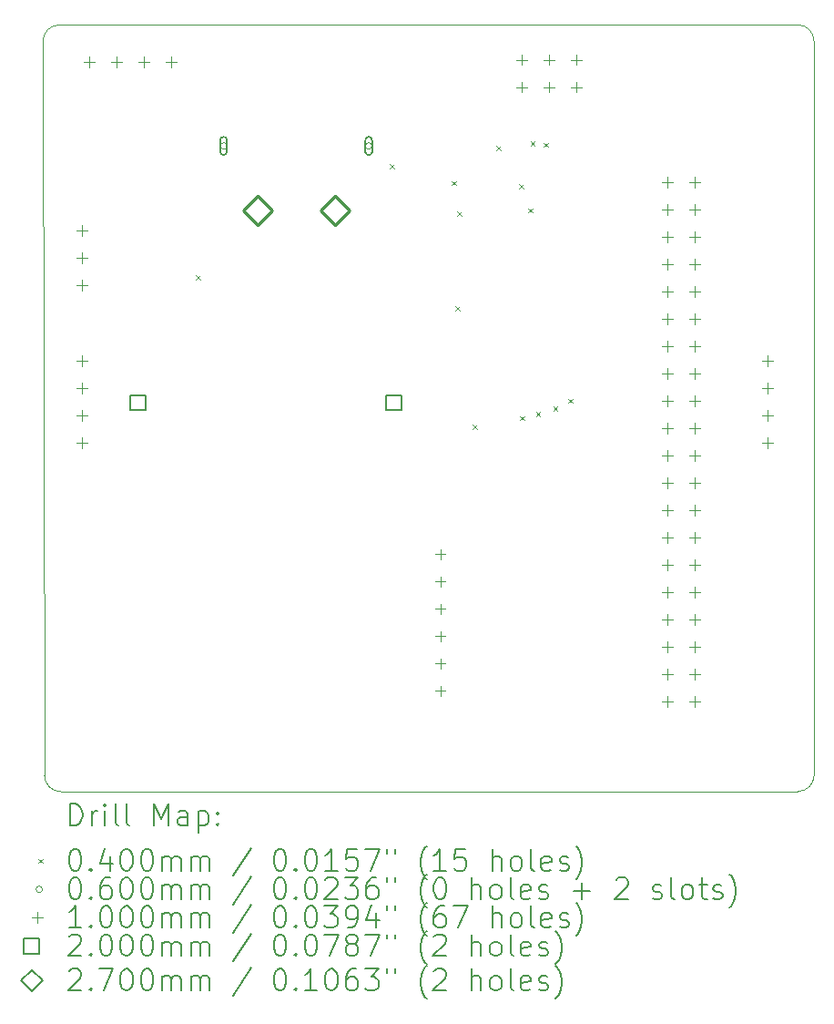
<source format=gbr>
%TF.GenerationSoftware,KiCad,Pcbnew,6.0.8-f2edbf62ab~116~ubuntu22.04.1*%
%TF.CreationDate,2022-11-20T23:03:38-05:00*%
%TF.ProjectId,Pi_HAT_V3,50695f48-4154-45f5-9633-2e6b69636164,rev?*%
%TF.SameCoordinates,Original*%
%TF.FileFunction,Drillmap*%
%TF.FilePolarity,Positive*%
%FSLAX45Y45*%
G04 Gerber Fmt 4.5, Leading zero omitted, Abs format (unit mm)*
G04 Created by KiCad (PCBNEW 6.0.8-f2edbf62ab~116~ubuntu22.04.1) date 2022-11-20 23:03:38*
%MOMM*%
%LPD*%
G01*
G04 APERTURE LIST*
%ADD10C,0.100000*%
%ADD11C,0.200000*%
%ADD12C,0.040000*%
%ADD13C,0.060000*%
%ADD14C,0.270000*%
G04 APERTURE END LIST*
D10*
X9446066Y-6476250D02*
X16315000Y-6473750D01*
X9446066Y-6476246D02*
G75*
G03*
X9296066Y-6626250I4J-150004D01*
G01*
X9310000Y-13450000D02*
X9296066Y-6626250D01*
X16316434Y-13598934D02*
G75*
G03*
X16466434Y-13448934I-4J150004D01*
G01*
X16465000Y-6623750D02*
X16466434Y-13448934D01*
X9310000Y-13450000D02*
G75*
G03*
X9460000Y-13600000I150000J0D01*
G01*
X16465000Y-6623750D02*
G75*
G03*
X16315000Y-6473750I-150000J0D01*
G01*
X16316434Y-13598934D02*
X9460000Y-13600000D01*
D11*
D12*
X10720000Y-8803050D02*
X10760000Y-8843050D01*
X10760000Y-8803050D02*
X10720000Y-8843050D01*
X12520000Y-7770000D02*
X12560000Y-7810000D01*
X12560000Y-7770000D02*
X12520000Y-7810000D01*
X13095000Y-7925000D02*
X13135000Y-7965000D01*
X13135000Y-7925000D02*
X13095000Y-7965000D01*
X13130000Y-9090000D02*
X13170000Y-9130000D01*
X13170000Y-9090000D02*
X13130000Y-9130000D01*
X13150000Y-8210000D02*
X13190000Y-8250000D01*
X13190000Y-8210000D02*
X13150000Y-8250000D01*
X13290000Y-10187550D02*
X13330000Y-10227550D01*
X13330000Y-10187550D02*
X13290000Y-10227550D01*
X13510000Y-7600000D02*
X13550000Y-7640000D01*
X13550000Y-7600000D02*
X13510000Y-7640000D01*
X13725000Y-7955000D02*
X13765000Y-7995000D01*
X13765000Y-7955000D02*
X13725000Y-7995000D01*
X13730000Y-10110000D02*
X13770000Y-10150000D01*
X13770000Y-10110000D02*
X13730000Y-10150000D01*
X13810000Y-8180000D02*
X13850000Y-8220000D01*
X13850000Y-8180000D02*
X13810000Y-8220000D01*
X13830000Y-7555000D02*
X13870000Y-7595000D01*
X13870000Y-7555000D02*
X13830000Y-7595000D01*
X13880000Y-10070000D02*
X13920000Y-10110000D01*
X13920000Y-10070000D02*
X13880000Y-10110000D01*
X13950000Y-7570000D02*
X13990000Y-7610000D01*
X13990000Y-7570000D02*
X13950000Y-7610000D01*
X14040000Y-10020000D02*
X14080000Y-10060000D01*
X14080000Y-10020000D02*
X14040000Y-10060000D01*
X14180000Y-9950000D02*
X14220000Y-9990000D01*
X14220000Y-9950000D02*
X14180000Y-9990000D01*
D13*
X11005000Y-7600000D02*
G75*
G03*
X11005000Y-7600000I-30000J0D01*
G01*
D11*
X10945000Y-7545000D02*
X10945000Y-7655000D01*
X11005000Y-7545000D02*
X11005000Y-7655000D01*
X10945000Y-7655000D02*
G75*
G03*
X11005000Y-7655000I30000J0D01*
G01*
X11005000Y-7545000D02*
G75*
G03*
X10945000Y-7545000I-30000J0D01*
G01*
D13*
X12355000Y-7600000D02*
G75*
G03*
X12355000Y-7600000I-30000J0D01*
G01*
D11*
X12295000Y-7545000D02*
X12295000Y-7655000D01*
X12355000Y-7545000D02*
X12355000Y-7655000D01*
X12295000Y-7655000D02*
G75*
G03*
X12355000Y-7655000I30000J0D01*
G01*
X12355000Y-7545000D02*
G75*
G03*
X12295000Y-7545000I-30000J0D01*
G01*
D10*
X9655000Y-8337500D02*
X9655000Y-8437500D01*
X9605000Y-8387500D02*
X9705000Y-8387500D01*
X9655000Y-8591500D02*
X9655000Y-8691500D01*
X9605000Y-8641500D02*
X9705000Y-8641500D01*
X9655000Y-8845500D02*
X9655000Y-8945500D01*
X9605000Y-8895500D02*
X9705000Y-8895500D01*
X9655000Y-9550000D02*
X9655000Y-9650000D01*
X9605000Y-9600000D02*
X9705000Y-9600000D01*
X9655000Y-9804000D02*
X9655000Y-9904000D01*
X9605000Y-9854000D02*
X9705000Y-9854000D01*
X9655000Y-10058000D02*
X9655000Y-10158000D01*
X9605000Y-10108000D02*
X9705000Y-10108000D01*
X9655000Y-10312000D02*
X9655000Y-10412000D01*
X9605000Y-10362000D02*
X9705000Y-10362000D01*
X9728000Y-6770000D02*
X9728000Y-6870000D01*
X9678000Y-6820000D02*
X9778000Y-6820000D01*
X9982000Y-6770000D02*
X9982000Y-6870000D01*
X9932000Y-6820000D02*
X10032000Y-6820000D01*
X10236000Y-6770000D02*
X10236000Y-6870000D01*
X10186000Y-6820000D02*
X10286000Y-6820000D01*
X10490000Y-6770000D02*
X10490000Y-6870000D01*
X10440000Y-6820000D02*
X10540000Y-6820000D01*
X12990000Y-11345000D02*
X12990000Y-11445000D01*
X12940000Y-11395000D02*
X13040000Y-11395000D01*
X12990000Y-11599000D02*
X12990000Y-11699000D01*
X12940000Y-11649000D02*
X13040000Y-11649000D01*
X12990000Y-11853000D02*
X12990000Y-11953000D01*
X12940000Y-11903000D02*
X13040000Y-11903000D01*
X12990000Y-12107000D02*
X12990000Y-12207000D01*
X12940000Y-12157000D02*
X13040000Y-12157000D01*
X12990000Y-12361000D02*
X12990000Y-12461000D01*
X12940000Y-12411000D02*
X13040000Y-12411000D01*
X12990000Y-12615000D02*
X12990000Y-12715000D01*
X12940000Y-12665000D02*
X13040000Y-12665000D01*
X13747500Y-6748500D02*
X13747500Y-6848500D01*
X13697500Y-6798500D02*
X13797500Y-6798500D01*
X13747500Y-7002500D02*
X13747500Y-7102500D01*
X13697500Y-7052500D02*
X13797500Y-7052500D01*
X14001500Y-6748500D02*
X14001500Y-6848500D01*
X13951500Y-6798500D02*
X14051500Y-6798500D01*
X14001500Y-7002500D02*
X14001500Y-7102500D01*
X13951500Y-7052500D02*
X14051500Y-7052500D01*
X14255500Y-6748500D02*
X14255500Y-6848500D01*
X14205500Y-6798500D02*
X14305500Y-6798500D01*
X14255500Y-7002500D02*
X14255500Y-7102500D01*
X14205500Y-7052500D02*
X14305500Y-7052500D01*
X15100000Y-7890000D02*
X15100000Y-7990000D01*
X15050000Y-7940000D02*
X15150000Y-7940000D01*
X15100000Y-8144000D02*
X15100000Y-8244000D01*
X15050000Y-8194000D02*
X15150000Y-8194000D01*
X15100000Y-8398000D02*
X15100000Y-8498000D01*
X15050000Y-8448000D02*
X15150000Y-8448000D01*
X15100000Y-8652000D02*
X15100000Y-8752000D01*
X15050000Y-8702000D02*
X15150000Y-8702000D01*
X15100000Y-8906000D02*
X15100000Y-9006000D01*
X15050000Y-8956000D02*
X15150000Y-8956000D01*
X15100000Y-9160000D02*
X15100000Y-9260000D01*
X15050000Y-9210000D02*
X15150000Y-9210000D01*
X15100000Y-9414000D02*
X15100000Y-9514000D01*
X15050000Y-9464000D02*
X15150000Y-9464000D01*
X15100000Y-9668000D02*
X15100000Y-9768000D01*
X15050000Y-9718000D02*
X15150000Y-9718000D01*
X15100000Y-9922000D02*
X15100000Y-10022000D01*
X15050000Y-9972000D02*
X15150000Y-9972000D01*
X15100000Y-10176000D02*
X15100000Y-10276000D01*
X15050000Y-10226000D02*
X15150000Y-10226000D01*
X15100000Y-10430000D02*
X15100000Y-10530000D01*
X15050000Y-10480000D02*
X15150000Y-10480000D01*
X15100000Y-10684000D02*
X15100000Y-10784000D01*
X15050000Y-10734000D02*
X15150000Y-10734000D01*
X15100000Y-10938000D02*
X15100000Y-11038000D01*
X15050000Y-10988000D02*
X15150000Y-10988000D01*
X15100000Y-11192000D02*
X15100000Y-11292000D01*
X15050000Y-11242000D02*
X15150000Y-11242000D01*
X15100000Y-11446000D02*
X15100000Y-11546000D01*
X15050000Y-11496000D02*
X15150000Y-11496000D01*
X15100000Y-11700000D02*
X15100000Y-11800000D01*
X15050000Y-11750000D02*
X15150000Y-11750000D01*
X15100000Y-11954000D02*
X15100000Y-12054000D01*
X15050000Y-12004000D02*
X15150000Y-12004000D01*
X15100000Y-12208000D02*
X15100000Y-12308000D01*
X15050000Y-12258000D02*
X15150000Y-12258000D01*
X15100000Y-12462000D02*
X15100000Y-12562000D01*
X15050000Y-12512000D02*
X15150000Y-12512000D01*
X15100000Y-12716000D02*
X15100000Y-12816000D01*
X15050000Y-12766000D02*
X15150000Y-12766000D01*
X15354000Y-7890000D02*
X15354000Y-7990000D01*
X15304000Y-7940000D02*
X15404000Y-7940000D01*
X15354000Y-8144000D02*
X15354000Y-8244000D01*
X15304000Y-8194000D02*
X15404000Y-8194000D01*
X15354000Y-8398000D02*
X15354000Y-8498000D01*
X15304000Y-8448000D02*
X15404000Y-8448000D01*
X15354000Y-8652000D02*
X15354000Y-8752000D01*
X15304000Y-8702000D02*
X15404000Y-8702000D01*
X15354000Y-8906000D02*
X15354000Y-9006000D01*
X15304000Y-8956000D02*
X15404000Y-8956000D01*
X15354000Y-9160000D02*
X15354000Y-9260000D01*
X15304000Y-9210000D02*
X15404000Y-9210000D01*
X15354000Y-9414000D02*
X15354000Y-9514000D01*
X15304000Y-9464000D02*
X15404000Y-9464000D01*
X15354000Y-9668000D02*
X15354000Y-9768000D01*
X15304000Y-9718000D02*
X15404000Y-9718000D01*
X15354000Y-9922000D02*
X15354000Y-10022000D01*
X15304000Y-9972000D02*
X15404000Y-9972000D01*
X15354000Y-10176000D02*
X15354000Y-10276000D01*
X15304000Y-10226000D02*
X15404000Y-10226000D01*
X15354000Y-10430000D02*
X15354000Y-10530000D01*
X15304000Y-10480000D02*
X15404000Y-10480000D01*
X15354000Y-10684000D02*
X15354000Y-10784000D01*
X15304000Y-10734000D02*
X15404000Y-10734000D01*
X15354000Y-10938000D02*
X15354000Y-11038000D01*
X15304000Y-10988000D02*
X15404000Y-10988000D01*
X15354000Y-11192000D02*
X15354000Y-11292000D01*
X15304000Y-11242000D02*
X15404000Y-11242000D01*
X15354000Y-11446000D02*
X15354000Y-11546000D01*
X15304000Y-11496000D02*
X15404000Y-11496000D01*
X15354000Y-11700000D02*
X15354000Y-11800000D01*
X15304000Y-11750000D02*
X15404000Y-11750000D01*
X15354000Y-11954000D02*
X15354000Y-12054000D01*
X15304000Y-12004000D02*
X15404000Y-12004000D01*
X15354000Y-12208000D02*
X15354000Y-12308000D01*
X15304000Y-12258000D02*
X15404000Y-12258000D01*
X15354000Y-12462000D02*
X15354000Y-12562000D01*
X15304000Y-12512000D02*
X15404000Y-12512000D01*
X15354000Y-12716000D02*
X15354000Y-12816000D01*
X15304000Y-12766000D02*
X15404000Y-12766000D01*
X16035000Y-9550000D02*
X16035000Y-9650000D01*
X15985000Y-9600000D02*
X16085000Y-9600000D01*
X16035000Y-9804000D02*
X16035000Y-9904000D01*
X15985000Y-9854000D02*
X16085000Y-9854000D01*
X16035000Y-10058000D02*
X16035000Y-10158000D01*
X15985000Y-10108000D02*
X16085000Y-10108000D01*
X16035000Y-10312000D02*
X16035000Y-10412000D01*
X15985000Y-10362000D02*
X16085000Y-10362000D01*
D11*
X10250711Y-10055711D02*
X10250711Y-9914289D01*
X10109289Y-9914289D01*
X10109289Y-10055711D01*
X10250711Y-10055711D01*
X12630711Y-10055711D02*
X12630711Y-9914289D01*
X12489289Y-9914289D01*
X12489289Y-10055711D01*
X12630711Y-10055711D01*
D14*
X11290000Y-8335000D02*
X11425000Y-8200000D01*
X11290000Y-8065000D01*
X11155000Y-8200000D01*
X11290000Y-8335000D01*
X12010000Y-8335000D02*
X12145000Y-8200000D01*
X12010000Y-8065000D01*
X11875000Y-8200000D01*
X12010000Y-8335000D01*
D11*
X9548685Y-13915476D02*
X9548685Y-13715476D01*
X9596304Y-13715476D01*
X9624876Y-13725000D01*
X9643923Y-13744048D01*
X9653447Y-13763095D01*
X9662971Y-13801190D01*
X9662971Y-13829762D01*
X9653447Y-13867857D01*
X9643923Y-13886905D01*
X9624876Y-13905952D01*
X9596304Y-13915476D01*
X9548685Y-13915476D01*
X9748685Y-13915476D02*
X9748685Y-13782143D01*
X9748685Y-13820238D02*
X9758209Y-13801190D01*
X9767733Y-13791667D01*
X9786780Y-13782143D01*
X9805828Y-13782143D01*
X9872495Y-13915476D02*
X9872495Y-13782143D01*
X9872495Y-13715476D02*
X9862971Y-13725000D01*
X9872495Y-13734524D01*
X9882018Y-13725000D01*
X9872495Y-13715476D01*
X9872495Y-13734524D01*
X9996304Y-13915476D02*
X9977256Y-13905952D01*
X9967733Y-13886905D01*
X9967733Y-13715476D01*
X10101066Y-13915476D02*
X10082018Y-13905952D01*
X10072495Y-13886905D01*
X10072495Y-13715476D01*
X10329637Y-13915476D02*
X10329637Y-13715476D01*
X10396304Y-13858333D01*
X10462971Y-13715476D01*
X10462971Y-13915476D01*
X10643923Y-13915476D02*
X10643923Y-13810714D01*
X10634399Y-13791667D01*
X10615352Y-13782143D01*
X10577256Y-13782143D01*
X10558209Y-13791667D01*
X10643923Y-13905952D02*
X10624876Y-13915476D01*
X10577256Y-13915476D01*
X10558209Y-13905952D01*
X10548685Y-13886905D01*
X10548685Y-13867857D01*
X10558209Y-13848809D01*
X10577256Y-13839286D01*
X10624876Y-13839286D01*
X10643923Y-13829762D01*
X10739161Y-13782143D02*
X10739161Y-13982143D01*
X10739161Y-13791667D02*
X10758209Y-13782143D01*
X10796304Y-13782143D01*
X10815352Y-13791667D01*
X10824876Y-13801190D01*
X10834399Y-13820238D01*
X10834399Y-13877381D01*
X10824876Y-13896428D01*
X10815352Y-13905952D01*
X10796304Y-13915476D01*
X10758209Y-13915476D01*
X10739161Y-13905952D01*
X10920114Y-13896428D02*
X10929637Y-13905952D01*
X10920114Y-13915476D01*
X10910590Y-13905952D01*
X10920114Y-13896428D01*
X10920114Y-13915476D01*
X10920114Y-13791667D02*
X10929637Y-13801190D01*
X10920114Y-13810714D01*
X10910590Y-13801190D01*
X10920114Y-13791667D01*
X10920114Y-13810714D01*
D12*
X9251066Y-14225000D02*
X9291066Y-14265000D01*
X9291066Y-14225000D02*
X9251066Y-14265000D01*
D11*
X9586780Y-14135476D02*
X9605828Y-14135476D01*
X9624876Y-14145000D01*
X9634399Y-14154524D01*
X9643923Y-14173571D01*
X9653447Y-14211667D01*
X9653447Y-14259286D01*
X9643923Y-14297381D01*
X9634399Y-14316428D01*
X9624876Y-14325952D01*
X9605828Y-14335476D01*
X9586780Y-14335476D01*
X9567733Y-14325952D01*
X9558209Y-14316428D01*
X9548685Y-14297381D01*
X9539161Y-14259286D01*
X9539161Y-14211667D01*
X9548685Y-14173571D01*
X9558209Y-14154524D01*
X9567733Y-14145000D01*
X9586780Y-14135476D01*
X9739161Y-14316428D02*
X9748685Y-14325952D01*
X9739161Y-14335476D01*
X9729637Y-14325952D01*
X9739161Y-14316428D01*
X9739161Y-14335476D01*
X9920114Y-14202143D02*
X9920114Y-14335476D01*
X9872495Y-14125952D02*
X9824876Y-14268809D01*
X9948685Y-14268809D01*
X10062971Y-14135476D02*
X10082018Y-14135476D01*
X10101066Y-14145000D01*
X10110590Y-14154524D01*
X10120114Y-14173571D01*
X10129637Y-14211667D01*
X10129637Y-14259286D01*
X10120114Y-14297381D01*
X10110590Y-14316428D01*
X10101066Y-14325952D01*
X10082018Y-14335476D01*
X10062971Y-14335476D01*
X10043923Y-14325952D01*
X10034399Y-14316428D01*
X10024876Y-14297381D01*
X10015352Y-14259286D01*
X10015352Y-14211667D01*
X10024876Y-14173571D01*
X10034399Y-14154524D01*
X10043923Y-14145000D01*
X10062971Y-14135476D01*
X10253447Y-14135476D02*
X10272495Y-14135476D01*
X10291542Y-14145000D01*
X10301066Y-14154524D01*
X10310590Y-14173571D01*
X10320114Y-14211667D01*
X10320114Y-14259286D01*
X10310590Y-14297381D01*
X10301066Y-14316428D01*
X10291542Y-14325952D01*
X10272495Y-14335476D01*
X10253447Y-14335476D01*
X10234399Y-14325952D01*
X10224876Y-14316428D01*
X10215352Y-14297381D01*
X10205828Y-14259286D01*
X10205828Y-14211667D01*
X10215352Y-14173571D01*
X10224876Y-14154524D01*
X10234399Y-14145000D01*
X10253447Y-14135476D01*
X10405828Y-14335476D02*
X10405828Y-14202143D01*
X10405828Y-14221190D02*
X10415352Y-14211667D01*
X10434399Y-14202143D01*
X10462971Y-14202143D01*
X10482018Y-14211667D01*
X10491542Y-14230714D01*
X10491542Y-14335476D01*
X10491542Y-14230714D02*
X10501066Y-14211667D01*
X10520114Y-14202143D01*
X10548685Y-14202143D01*
X10567733Y-14211667D01*
X10577256Y-14230714D01*
X10577256Y-14335476D01*
X10672495Y-14335476D02*
X10672495Y-14202143D01*
X10672495Y-14221190D02*
X10682018Y-14211667D01*
X10701066Y-14202143D01*
X10729637Y-14202143D01*
X10748685Y-14211667D01*
X10758209Y-14230714D01*
X10758209Y-14335476D01*
X10758209Y-14230714D02*
X10767733Y-14211667D01*
X10786780Y-14202143D01*
X10815352Y-14202143D01*
X10834399Y-14211667D01*
X10843923Y-14230714D01*
X10843923Y-14335476D01*
X11234399Y-14125952D02*
X11062971Y-14383095D01*
X11491542Y-14135476D02*
X11510590Y-14135476D01*
X11529637Y-14145000D01*
X11539161Y-14154524D01*
X11548685Y-14173571D01*
X11558209Y-14211667D01*
X11558209Y-14259286D01*
X11548685Y-14297381D01*
X11539161Y-14316428D01*
X11529637Y-14325952D01*
X11510590Y-14335476D01*
X11491542Y-14335476D01*
X11472494Y-14325952D01*
X11462971Y-14316428D01*
X11453447Y-14297381D01*
X11443923Y-14259286D01*
X11443923Y-14211667D01*
X11453447Y-14173571D01*
X11462971Y-14154524D01*
X11472494Y-14145000D01*
X11491542Y-14135476D01*
X11643923Y-14316428D02*
X11653447Y-14325952D01*
X11643923Y-14335476D01*
X11634399Y-14325952D01*
X11643923Y-14316428D01*
X11643923Y-14335476D01*
X11777256Y-14135476D02*
X11796304Y-14135476D01*
X11815352Y-14145000D01*
X11824875Y-14154524D01*
X11834399Y-14173571D01*
X11843923Y-14211667D01*
X11843923Y-14259286D01*
X11834399Y-14297381D01*
X11824875Y-14316428D01*
X11815352Y-14325952D01*
X11796304Y-14335476D01*
X11777256Y-14335476D01*
X11758209Y-14325952D01*
X11748685Y-14316428D01*
X11739161Y-14297381D01*
X11729637Y-14259286D01*
X11729637Y-14211667D01*
X11739161Y-14173571D01*
X11748685Y-14154524D01*
X11758209Y-14145000D01*
X11777256Y-14135476D01*
X12034399Y-14335476D02*
X11920114Y-14335476D01*
X11977256Y-14335476D02*
X11977256Y-14135476D01*
X11958209Y-14164048D01*
X11939161Y-14183095D01*
X11920114Y-14192619D01*
X12215352Y-14135476D02*
X12120114Y-14135476D01*
X12110590Y-14230714D01*
X12120114Y-14221190D01*
X12139161Y-14211667D01*
X12186780Y-14211667D01*
X12205828Y-14221190D01*
X12215352Y-14230714D01*
X12224875Y-14249762D01*
X12224875Y-14297381D01*
X12215352Y-14316428D01*
X12205828Y-14325952D01*
X12186780Y-14335476D01*
X12139161Y-14335476D01*
X12120114Y-14325952D01*
X12110590Y-14316428D01*
X12291542Y-14135476D02*
X12424875Y-14135476D01*
X12339161Y-14335476D01*
X12491542Y-14135476D02*
X12491542Y-14173571D01*
X12567733Y-14135476D02*
X12567733Y-14173571D01*
X12862971Y-14411667D02*
X12853447Y-14402143D01*
X12834399Y-14373571D01*
X12824875Y-14354524D01*
X12815352Y-14325952D01*
X12805828Y-14278333D01*
X12805828Y-14240238D01*
X12815352Y-14192619D01*
X12824875Y-14164048D01*
X12834399Y-14145000D01*
X12853447Y-14116428D01*
X12862971Y-14106905D01*
X13043923Y-14335476D02*
X12929637Y-14335476D01*
X12986780Y-14335476D02*
X12986780Y-14135476D01*
X12967733Y-14164048D01*
X12948685Y-14183095D01*
X12929637Y-14192619D01*
X13224875Y-14135476D02*
X13129637Y-14135476D01*
X13120114Y-14230714D01*
X13129637Y-14221190D01*
X13148685Y-14211667D01*
X13196304Y-14211667D01*
X13215352Y-14221190D01*
X13224875Y-14230714D01*
X13234399Y-14249762D01*
X13234399Y-14297381D01*
X13224875Y-14316428D01*
X13215352Y-14325952D01*
X13196304Y-14335476D01*
X13148685Y-14335476D01*
X13129637Y-14325952D01*
X13120114Y-14316428D01*
X13472494Y-14335476D02*
X13472494Y-14135476D01*
X13558209Y-14335476D02*
X13558209Y-14230714D01*
X13548685Y-14211667D01*
X13529637Y-14202143D01*
X13501066Y-14202143D01*
X13482018Y-14211667D01*
X13472494Y-14221190D01*
X13682018Y-14335476D02*
X13662971Y-14325952D01*
X13653447Y-14316428D01*
X13643923Y-14297381D01*
X13643923Y-14240238D01*
X13653447Y-14221190D01*
X13662971Y-14211667D01*
X13682018Y-14202143D01*
X13710590Y-14202143D01*
X13729637Y-14211667D01*
X13739161Y-14221190D01*
X13748685Y-14240238D01*
X13748685Y-14297381D01*
X13739161Y-14316428D01*
X13729637Y-14325952D01*
X13710590Y-14335476D01*
X13682018Y-14335476D01*
X13862971Y-14335476D02*
X13843923Y-14325952D01*
X13834399Y-14306905D01*
X13834399Y-14135476D01*
X14015352Y-14325952D02*
X13996304Y-14335476D01*
X13958209Y-14335476D01*
X13939161Y-14325952D01*
X13929637Y-14306905D01*
X13929637Y-14230714D01*
X13939161Y-14211667D01*
X13958209Y-14202143D01*
X13996304Y-14202143D01*
X14015352Y-14211667D01*
X14024875Y-14230714D01*
X14024875Y-14249762D01*
X13929637Y-14268809D01*
X14101066Y-14325952D02*
X14120114Y-14335476D01*
X14158209Y-14335476D01*
X14177256Y-14325952D01*
X14186780Y-14306905D01*
X14186780Y-14297381D01*
X14177256Y-14278333D01*
X14158209Y-14268809D01*
X14129637Y-14268809D01*
X14110590Y-14259286D01*
X14101066Y-14240238D01*
X14101066Y-14230714D01*
X14110590Y-14211667D01*
X14129637Y-14202143D01*
X14158209Y-14202143D01*
X14177256Y-14211667D01*
X14253447Y-14411667D02*
X14262971Y-14402143D01*
X14282018Y-14373571D01*
X14291542Y-14354524D01*
X14301066Y-14325952D01*
X14310590Y-14278333D01*
X14310590Y-14240238D01*
X14301066Y-14192619D01*
X14291542Y-14164048D01*
X14282018Y-14145000D01*
X14262971Y-14116428D01*
X14253447Y-14106905D01*
D13*
X9291066Y-14509000D02*
G75*
G03*
X9291066Y-14509000I-30000J0D01*
G01*
D11*
X9586780Y-14399476D02*
X9605828Y-14399476D01*
X9624876Y-14409000D01*
X9634399Y-14418524D01*
X9643923Y-14437571D01*
X9653447Y-14475667D01*
X9653447Y-14523286D01*
X9643923Y-14561381D01*
X9634399Y-14580428D01*
X9624876Y-14589952D01*
X9605828Y-14599476D01*
X9586780Y-14599476D01*
X9567733Y-14589952D01*
X9558209Y-14580428D01*
X9548685Y-14561381D01*
X9539161Y-14523286D01*
X9539161Y-14475667D01*
X9548685Y-14437571D01*
X9558209Y-14418524D01*
X9567733Y-14409000D01*
X9586780Y-14399476D01*
X9739161Y-14580428D02*
X9748685Y-14589952D01*
X9739161Y-14599476D01*
X9729637Y-14589952D01*
X9739161Y-14580428D01*
X9739161Y-14599476D01*
X9920114Y-14399476D02*
X9882018Y-14399476D01*
X9862971Y-14409000D01*
X9853447Y-14418524D01*
X9834399Y-14447095D01*
X9824876Y-14485190D01*
X9824876Y-14561381D01*
X9834399Y-14580428D01*
X9843923Y-14589952D01*
X9862971Y-14599476D01*
X9901066Y-14599476D01*
X9920114Y-14589952D01*
X9929637Y-14580428D01*
X9939161Y-14561381D01*
X9939161Y-14513762D01*
X9929637Y-14494714D01*
X9920114Y-14485190D01*
X9901066Y-14475667D01*
X9862971Y-14475667D01*
X9843923Y-14485190D01*
X9834399Y-14494714D01*
X9824876Y-14513762D01*
X10062971Y-14399476D02*
X10082018Y-14399476D01*
X10101066Y-14409000D01*
X10110590Y-14418524D01*
X10120114Y-14437571D01*
X10129637Y-14475667D01*
X10129637Y-14523286D01*
X10120114Y-14561381D01*
X10110590Y-14580428D01*
X10101066Y-14589952D01*
X10082018Y-14599476D01*
X10062971Y-14599476D01*
X10043923Y-14589952D01*
X10034399Y-14580428D01*
X10024876Y-14561381D01*
X10015352Y-14523286D01*
X10015352Y-14475667D01*
X10024876Y-14437571D01*
X10034399Y-14418524D01*
X10043923Y-14409000D01*
X10062971Y-14399476D01*
X10253447Y-14399476D02*
X10272495Y-14399476D01*
X10291542Y-14409000D01*
X10301066Y-14418524D01*
X10310590Y-14437571D01*
X10320114Y-14475667D01*
X10320114Y-14523286D01*
X10310590Y-14561381D01*
X10301066Y-14580428D01*
X10291542Y-14589952D01*
X10272495Y-14599476D01*
X10253447Y-14599476D01*
X10234399Y-14589952D01*
X10224876Y-14580428D01*
X10215352Y-14561381D01*
X10205828Y-14523286D01*
X10205828Y-14475667D01*
X10215352Y-14437571D01*
X10224876Y-14418524D01*
X10234399Y-14409000D01*
X10253447Y-14399476D01*
X10405828Y-14599476D02*
X10405828Y-14466143D01*
X10405828Y-14485190D02*
X10415352Y-14475667D01*
X10434399Y-14466143D01*
X10462971Y-14466143D01*
X10482018Y-14475667D01*
X10491542Y-14494714D01*
X10491542Y-14599476D01*
X10491542Y-14494714D02*
X10501066Y-14475667D01*
X10520114Y-14466143D01*
X10548685Y-14466143D01*
X10567733Y-14475667D01*
X10577256Y-14494714D01*
X10577256Y-14599476D01*
X10672495Y-14599476D02*
X10672495Y-14466143D01*
X10672495Y-14485190D02*
X10682018Y-14475667D01*
X10701066Y-14466143D01*
X10729637Y-14466143D01*
X10748685Y-14475667D01*
X10758209Y-14494714D01*
X10758209Y-14599476D01*
X10758209Y-14494714D02*
X10767733Y-14475667D01*
X10786780Y-14466143D01*
X10815352Y-14466143D01*
X10834399Y-14475667D01*
X10843923Y-14494714D01*
X10843923Y-14599476D01*
X11234399Y-14389952D02*
X11062971Y-14647095D01*
X11491542Y-14399476D02*
X11510590Y-14399476D01*
X11529637Y-14409000D01*
X11539161Y-14418524D01*
X11548685Y-14437571D01*
X11558209Y-14475667D01*
X11558209Y-14523286D01*
X11548685Y-14561381D01*
X11539161Y-14580428D01*
X11529637Y-14589952D01*
X11510590Y-14599476D01*
X11491542Y-14599476D01*
X11472494Y-14589952D01*
X11462971Y-14580428D01*
X11453447Y-14561381D01*
X11443923Y-14523286D01*
X11443923Y-14475667D01*
X11453447Y-14437571D01*
X11462971Y-14418524D01*
X11472494Y-14409000D01*
X11491542Y-14399476D01*
X11643923Y-14580428D02*
X11653447Y-14589952D01*
X11643923Y-14599476D01*
X11634399Y-14589952D01*
X11643923Y-14580428D01*
X11643923Y-14599476D01*
X11777256Y-14399476D02*
X11796304Y-14399476D01*
X11815352Y-14409000D01*
X11824875Y-14418524D01*
X11834399Y-14437571D01*
X11843923Y-14475667D01*
X11843923Y-14523286D01*
X11834399Y-14561381D01*
X11824875Y-14580428D01*
X11815352Y-14589952D01*
X11796304Y-14599476D01*
X11777256Y-14599476D01*
X11758209Y-14589952D01*
X11748685Y-14580428D01*
X11739161Y-14561381D01*
X11729637Y-14523286D01*
X11729637Y-14475667D01*
X11739161Y-14437571D01*
X11748685Y-14418524D01*
X11758209Y-14409000D01*
X11777256Y-14399476D01*
X11920114Y-14418524D02*
X11929637Y-14409000D01*
X11948685Y-14399476D01*
X11996304Y-14399476D01*
X12015352Y-14409000D01*
X12024875Y-14418524D01*
X12034399Y-14437571D01*
X12034399Y-14456619D01*
X12024875Y-14485190D01*
X11910590Y-14599476D01*
X12034399Y-14599476D01*
X12101066Y-14399476D02*
X12224875Y-14399476D01*
X12158209Y-14475667D01*
X12186780Y-14475667D01*
X12205828Y-14485190D01*
X12215352Y-14494714D01*
X12224875Y-14513762D01*
X12224875Y-14561381D01*
X12215352Y-14580428D01*
X12205828Y-14589952D01*
X12186780Y-14599476D01*
X12129637Y-14599476D01*
X12110590Y-14589952D01*
X12101066Y-14580428D01*
X12396304Y-14399476D02*
X12358209Y-14399476D01*
X12339161Y-14409000D01*
X12329637Y-14418524D01*
X12310590Y-14447095D01*
X12301066Y-14485190D01*
X12301066Y-14561381D01*
X12310590Y-14580428D01*
X12320114Y-14589952D01*
X12339161Y-14599476D01*
X12377256Y-14599476D01*
X12396304Y-14589952D01*
X12405828Y-14580428D01*
X12415352Y-14561381D01*
X12415352Y-14513762D01*
X12405828Y-14494714D01*
X12396304Y-14485190D01*
X12377256Y-14475667D01*
X12339161Y-14475667D01*
X12320114Y-14485190D01*
X12310590Y-14494714D01*
X12301066Y-14513762D01*
X12491542Y-14399476D02*
X12491542Y-14437571D01*
X12567733Y-14399476D02*
X12567733Y-14437571D01*
X12862971Y-14675667D02*
X12853447Y-14666143D01*
X12834399Y-14637571D01*
X12824875Y-14618524D01*
X12815352Y-14589952D01*
X12805828Y-14542333D01*
X12805828Y-14504238D01*
X12815352Y-14456619D01*
X12824875Y-14428048D01*
X12834399Y-14409000D01*
X12853447Y-14380428D01*
X12862971Y-14370905D01*
X12977256Y-14399476D02*
X12996304Y-14399476D01*
X13015352Y-14409000D01*
X13024875Y-14418524D01*
X13034399Y-14437571D01*
X13043923Y-14475667D01*
X13043923Y-14523286D01*
X13034399Y-14561381D01*
X13024875Y-14580428D01*
X13015352Y-14589952D01*
X12996304Y-14599476D01*
X12977256Y-14599476D01*
X12958209Y-14589952D01*
X12948685Y-14580428D01*
X12939161Y-14561381D01*
X12929637Y-14523286D01*
X12929637Y-14475667D01*
X12939161Y-14437571D01*
X12948685Y-14418524D01*
X12958209Y-14409000D01*
X12977256Y-14399476D01*
X13282018Y-14599476D02*
X13282018Y-14399476D01*
X13367733Y-14599476D02*
X13367733Y-14494714D01*
X13358209Y-14475667D01*
X13339161Y-14466143D01*
X13310590Y-14466143D01*
X13291542Y-14475667D01*
X13282018Y-14485190D01*
X13491542Y-14599476D02*
X13472494Y-14589952D01*
X13462971Y-14580428D01*
X13453447Y-14561381D01*
X13453447Y-14504238D01*
X13462971Y-14485190D01*
X13472494Y-14475667D01*
X13491542Y-14466143D01*
X13520114Y-14466143D01*
X13539161Y-14475667D01*
X13548685Y-14485190D01*
X13558209Y-14504238D01*
X13558209Y-14561381D01*
X13548685Y-14580428D01*
X13539161Y-14589952D01*
X13520114Y-14599476D01*
X13491542Y-14599476D01*
X13672494Y-14599476D02*
X13653447Y-14589952D01*
X13643923Y-14570905D01*
X13643923Y-14399476D01*
X13824875Y-14589952D02*
X13805828Y-14599476D01*
X13767733Y-14599476D01*
X13748685Y-14589952D01*
X13739161Y-14570905D01*
X13739161Y-14494714D01*
X13748685Y-14475667D01*
X13767733Y-14466143D01*
X13805828Y-14466143D01*
X13824875Y-14475667D01*
X13834399Y-14494714D01*
X13834399Y-14513762D01*
X13739161Y-14532809D01*
X13910590Y-14589952D02*
X13929637Y-14599476D01*
X13967733Y-14599476D01*
X13986780Y-14589952D01*
X13996304Y-14570905D01*
X13996304Y-14561381D01*
X13986780Y-14542333D01*
X13967733Y-14532809D01*
X13939161Y-14532809D01*
X13920114Y-14523286D01*
X13910590Y-14504238D01*
X13910590Y-14494714D01*
X13920114Y-14475667D01*
X13939161Y-14466143D01*
X13967733Y-14466143D01*
X13986780Y-14475667D01*
X14234399Y-14523286D02*
X14386780Y-14523286D01*
X14310590Y-14599476D02*
X14310590Y-14447095D01*
X14624875Y-14418524D02*
X14634399Y-14409000D01*
X14653447Y-14399476D01*
X14701066Y-14399476D01*
X14720114Y-14409000D01*
X14729637Y-14418524D01*
X14739161Y-14437571D01*
X14739161Y-14456619D01*
X14729637Y-14485190D01*
X14615352Y-14599476D01*
X14739161Y-14599476D01*
X14967733Y-14589952D02*
X14986780Y-14599476D01*
X15024875Y-14599476D01*
X15043923Y-14589952D01*
X15053447Y-14570905D01*
X15053447Y-14561381D01*
X15043923Y-14542333D01*
X15024875Y-14532809D01*
X14996304Y-14532809D01*
X14977256Y-14523286D01*
X14967733Y-14504238D01*
X14967733Y-14494714D01*
X14977256Y-14475667D01*
X14996304Y-14466143D01*
X15024875Y-14466143D01*
X15043923Y-14475667D01*
X15167733Y-14599476D02*
X15148685Y-14589952D01*
X15139161Y-14570905D01*
X15139161Y-14399476D01*
X15272494Y-14599476D02*
X15253447Y-14589952D01*
X15243923Y-14580428D01*
X15234399Y-14561381D01*
X15234399Y-14504238D01*
X15243923Y-14485190D01*
X15253447Y-14475667D01*
X15272494Y-14466143D01*
X15301066Y-14466143D01*
X15320114Y-14475667D01*
X15329637Y-14485190D01*
X15339161Y-14504238D01*
X15339161Y-14561381D01*
X15329637Y-14580428D01*
X15320114Y-14589952D01*
X15301066Y-14599476D01*
X15272494Y-14599476D01*
X15396304Y-14466143D02*
X15472494Y-14466143D01*
X15424875Y-14399476D02*
X15424875Y-14570905D01*
X15434399Y-14589952D01*
X15453447Y-14599476D01*
X15472494Y-14599476D01*
X15529637Y-14589952D02*
X15548685Y-14599476D01*
X15586780Y-14599476D01*
X15605828Y-14589952D01*
X15615352Y-14570905D01*
X15615352Y-14561381D01*
X15605828Y-14542333D01*
X15586780Y-14532809D01*
X15558209Y-14532809D01*
X15539161Y-14523286D01*
X15529637Y-14504238D01*
X15529637Y-14494714D01*
X15539161Y-14475667D01*
X15558209Y-14466143D01*
X15586780Y-14466143D01*
X15605828Y-14475667D01*
X15682018Y-14675667D02*
X15691542Y-14666143D01*
X15710590Y-14637571D01*
X15720114Y-14618524D01*
X15729637Y-14589952D01*
X15739161Y-14542333D01*
X15739161Y-14504238D01*
X15729637Y-14456619D01*
X15720114Y-14428048D01*
X15710590Y-14409000D01*
X15691542Y-14380428D01*
X15682018Y-14370905D01*
D10*
X9241066Y-14723000D02*
X9241066Y-14823000D01*
X9191066Y-14773000D02*
X9291066Y-14773000D01*
D11*
X9653447Y-14863476D02*
X9539161Y-14863476D01*
X9596304Y-14863476D02*
X9596304Y-14663476D01*
X9577256Y-14692048D01*
X9558209Y-14711095D01*
X9539161Y-14720619D01*
X9739161Y-14844428D02*
X9748685Y-14853952D01*
X9739161Y-14863476D01*
X9729637Y-14853952D01*
X9739161Y-14844428D01*
X9739161Y-14863476D01*
X9872495Y-14663476D02*
X9891542Y-14663476D01*
X9910590Y-14673000D01*
X9920114Y-14682524D01*
X9929637Y-14701571D01*
X9939161Y-14739667D01*
X9939161Y-14787286D01*
X9929637Y-14825381D01*
X9920114Y-14844428D01*
X9910590Y-14853952D01*
X9891542Y-14863476D01*
X9872495Y-14863476D01*
X9853447Y-14853952D01*
X9843923Y-14844428D01*
X9834399Y-14825381D01*
X9824876Y-14787286D01*
X9824876Y-14739667D01*
X9834399Y-14701571D01*
X9843923Y-14682524D01*
X9853447Y-14673000D01*
X9872495Y-14663476D01*
X10062971Y-14663476D02*
X10082018Y-14663476D01*
X10101066Y-14673000D01*
X10110590Y-14682524D01*
X10120114Y-14701571D01*
X10129637Y-14739667D01*
X10129637Y-14787286D01*
X10120114Y-14825381D01*
X10110590Y-14844428D01*
X10101066Y-14853952D01*
X10082018Y-14863476D01*
X10062971Y-14863476D01*
X10043923Y-14853952D01*
X10034399Y-14844428D01*
X10024876Y-14825381D01*
X10015352Y-14787286D01*
X10015352Y-14739667D01*
X10024876Y-14701571D01*
X10034399Y-14682524D01*
X10043923Y-14673000D01*
X10062971Y-14663476D01*
X10253447Y-14663476D02*
X10272495Y-14663476D01*
X10291542Y-14673000D01*
X10301066Y-14682524D01*
X10310590Y-14701571D01*
X10320114Y-14739667D01*
X10320114Y-14787286D01*
X10310590Y-14825381D01*
X10301066Y-14844428D01*
X10291542Y-14853952D01*
X10272495Y-14863476D01*
X10253447Y-14863476D01*
X10234399Y-14853952D01*
X10224876Y-14844428D01*
X10215352Y-14825381D01*
X10205828Y-14787286D01*
X10205828Y-14739667D01*
X10215352Y-14701571D01*
X10224876Y-14682524D01*
X10234399Y-14673000D01*
X10253447Y-14663476D01*
X10405828Y-14863476D02*
X10405828Y-14730143D01*
X10405828Y-14749190D02*
X10415352Y-14739667D01*
X10434399Y-14730143D01*
X10462971Y-14730143D01*
X10482018Y-14739667D01*
X10491542Y-14758714D01*
X10491542Y-14863476D01*
X10491542Y-14758714D02*
X10501066Y-14739667D01*
X10520114Y-14730143D01*
X10548685Y-14730143D01*
X10567733Y-14739667D01*
X10577256Y-14758714D01*
X10577256Y-14863476D01*
X10672495Y-14863476D02*
X10672495Y-14730143D01*
X10672495Y-14749190D02*
X10682018Y-14739667D01*
X10701066Y-14730143D01*
X10729637Y-14730143D01*
X10748685Y-14739667D01*
X10758209Y-14758714D01*
X10758209Y-14863476D01*
X10758209Y-14758714D02*
X10767733Y-14739667D01*
X10786780Y-14730143D01*
X10815352Y-14730143D01*
X10834399Y-14739667D01*
X10843923Y-14758714D01*
X10843923Y-14863476D01*
X11234399Y-14653952D02*
X11062971Y-14911095D01*
X11491542Y-14663476D02*
X11510590Y-14663476D01*
X11529637Y-14673000D01*
X11539161Y-14682524D01*
X11548685Y-14701571D01*
X11558209Y-14739667D01*
X11558209Y-14787286D01*
X11548685Y-14825381D01*
X11539161Y-14844428D01*
X11529637Y-14853952D01*
X11510590Y-14863476D01*
X11491542Y-14863476D01*
X11472494Y-14853952D01*
X11462971Y-14844428D01*
X11453447Y-14825381D01*
X11443923Y-14787286D01*
X11443923Y-14739667D01*
X11453447Y-14701571D01*
X11462971Y-14682524D01*
X11472494Y-14673000D01*
X11491542Y-14663476D01*
X11643923Y-14844428D02*
X11653447Y-14853952D01*
X11643923Y-14863476D01*
X11634399Y-14853952D01*
X11643923Y-14844428D01*
X11643923Y-14863476D01*
X11777256Y-14663476D02*
X11796304Y-14663476D01*
X11815352Y-14673000D01*
X11824875Y-14682524D01*
X11834399Y-14701571D01*
X11843923Y-14739667D01*
X11843923Y-14787286D01*
X11834399Y-14825381D01*
X11824875Y-14844428D01*
X11815352Y-14853952D01*
X11796304Y-14863476D01*
X11777256Y-14863476D01*
X11758209Y-14853952D01*
X11748685Y-14844428D01*
X11739161Y-14825381D01*
X11729637Y-14787286D01*
X11729637Y-14739667D01*
X11739161Y-14701571D01*
X11748685Y-14682524D01*
X11758209Y-14673000D01*
X11777256Y-14663476D01*
X11910590Y-14663476D02*
X12034399Y-14663476D01*
X11967733Y-14739667D01*
X11996304Y-14739667D01*
X12015352Y-14749190D01*
X12024875Y-14758714D01*
X12034399Y-14777762D01*
X12034399Y-14825381D01*
X12024875Y-14844428D01*
X12015352Y-14853952D01*
X11996304Y-14863476D01*
X11939161Y-14863476D01*
X11920114Y-14853952D01*
X11910590Y-14844428D01*
X12129637Y-14863476D02*
X12167733Y-14863476D01*
X12186780Y-14853952D01*
X12196304Y-14844428D01*
X12215352Y-14815857D01*
X12224875Y-14777762D01*
X12224875Y-14701571D01*
X12215352Y-14682524D01*
X12205828Y-14673000D01*
X12186780Y-14663476D01*
X12148685Y-14663476D01*
X12129637Y-14673000D01*
X12120114Y-14682524D01*
X12110590Y-14701571D01*
X12110590Y-14749190D01*
X12120114Y-14768238D01*
X12129637Y-14777762D01*
X12148685Y-14787286D01*
X12186780Y-14787286D01*
X12205828Y-14777762D01*
X12215352Y-14768238D01*
X12224875Y-14749190D01*
X12396304Y-14730143D02*
X12396304Y-14863476D01*
X12348685Y-14653952D02*
X12301066Y-14796809D01*
X12424875Y-14796809D01*
X12491542Y-14663476D02*
X12491542Y-14701571D01*
X12567733Y-14663476D02*
X12567733Y-14701571D01*
X12862971Y-14939667D02*
X12853447Y-14930143D01*
X12834399Y-14901571D01*
X12824875Y-14882524D01*
X12815352Y-14853952D01*
X12805828Y-14806333D01*
X12805828Y-14768238D01*
X12815352Y-14720619D01*
X12824875Y-14692048D01*
X12834399Y-14673000D01*
X12853447Y-14644428D01*
X12862971Y-14634905D01*
X13024875Y-14663476D02*
X12986780Y-14663476D01*
X12967733Y-14673000D01*
X12958209Y-14682524D01*
X12939161Y-14711095D01*
X12929637Y-14749190D01*
X12929637Y-14825381D01*
X12939161Y-14844428D01*
X12948685Y-14853952D01*
X12967733Y-14863476D01*
X13005828Y-14863476D01*
X13024875Y-14853952D01*
X13034399Y-14844428D01*
X13043923Y-14825381D01*
X13043923Y-14777762D01*
X13034399Y-14758714D01*
X13024875Y-14749190D01*
X13005828Y-14739667D01*
X12967733Y-14739667D01*
X12948685Y-14749190D01*
X12939161Y-14758714D01*
X12929637Y-14777762D01*
X13110590Y-14663476D02*
X13243923Y-14663476D01*
X13158209Y-14863476D01*
X13472494Y-14863476D02*
X13472494Y-14663476D01*
X13558209Y-14863476D02*
X13558209Y-14758714D01*
X13548685Y-14739667D01*
X13529637Y-14730143D01*
X13501066Y-14730143D01*
X13482018Y-14739667D01*
X13472494Y-14749190D01*
X13682018Y-14863476D02*
X13662971Y-14853952D01*
X13653447Y-14844428D01*
X13643923Y-14825381D01*
X13643923Y-14768238D01*
X13653447Y-14749190D01*
X13662971Y-14739667D01*
X13682018Y-14730143D01*
X13710590Y-14730143D01*
X13729637Y-14739667D01*
X13739161Y-14749190D01*
X13748685Y-14768238D01*
X13748685Y-14825381D01*
X13739161Y-14844428D01*
X13729637Y-14853952D01*
X13710590Y-14863476D01*
X13682018Y-14863476D01*
X13862971Y-14863476D02*
X13843923Y-14853952D01*
X13834399Y-14834905D01*
X13834399Y-14663476D01*
X14015352Y-14853952D02*
X13996304Y-14863476D01*
X13958209Y-14863476D01*
X13939161Y-14853952D01*
X13929637Y-14834905D01*
X13929637Y-14758714D01*
X13939161Y-14739667D01*
X13958209Y-14730143D01*
X13996304Y-14730143D01*
X14015352Y-14739667D01*
X14024875Y-14758714D01*
X14024875Y-14777762D01*
X13929637Y-14796809D01*
X14101066Y-14853952D02*
X14120114Y-14863476D01*
X14158209Y-14863476D01*
X14177256Y-14853952D01*
X14186780Y-14834905D01*
X14186780Y-14825381D01*
X14177256Y-14806333D01*
X14158209Y-14796809D01*
X14129637Y-14796809D01*
X14110590Y-14787286D01*
X14101066Y-14768238D01*
X14101066Y-14758714D01*
X14110590Y-14739667D01*
X14129637Y-14730143D01*
X14158209Y-14730143D01*
X14177256Y-14739667D01*
X14253447Y-14939667D02*
X14262971Y-14930143D01*
X14282018Y-14901571D01*
X14291542Y-14882524D01*
X14301066Y-14853952D01*
X14310590Y-14806333D01*
X14310590Y-14768238D01*
X14301066Y-14720619D01*
X14291542Y-14692048D01*
X14282018Y-14673000D01*
X14262971Y-14644428D01*
X14253447Y-14634905D01*
X9261777Y-15107711D02*
X9261777Y-14966289D01*
X9120355Y-14966289D01*
X9120355Y-15107711D01*
X9261777Y-15107711D01*
X9539161Y-14946524D02*
X9548685Y-14937000D01*
X9567733Y-14927476D01*
X9615352Y-14927476D01*
X9634399Y-14937000D01*
X9643923Y-14946524D01*
X9653447Y-14965571D01*
X9653447Y-14984619D01*
X9643923Y-15013190D01*
X9529637Y-15127476D01*
X9653447Y-15127476D01*
X9739161Y-15108428D02*
X9748685Y-15117952D01*
X9739161Y-15127476D01*
X9729637Y-15117952D01*
X9739161Y-15108428D01*
X9739161Y-15127476D01*
X9872495Y-14927476D02*
X9891542Y-14927476D01*
X9910590Y-14937000D01*
X9920114Y-14946524D01*
X9929637Y-14965571D01*
X9939161Y-15003667D01*
X9939161Y-15051286D01*
X9929637Y-15089381D01*
X9920114Y-15108428D01*
X9910590Y-15117952D01*
X9891542Y-15127476D01*
X9872495Y-15127476D01*
X9853447Y-15117952D01*
X9843923Y-15108428D01*
X9834399Y-15089381D01*
X9824876Y-15051286D01*
X9824876Y-15003667D01*
X9834399Y-14965571D01*
X9843923Y-14946524D01*
X9853447Y-14937000D01*
X9872495Y-14927476D01*
X10062971Y-14927476D02*
X10082018Y-14927476D01*
X10101066Y-14937000D01*
X10110590Y-14946524D01*
X10120114Y-14965571D01*
X10129637Y-15003667D01*
X10129637Y-15051286D01*
X10120114Y-15089381D01*
X10110590Y-15108428D01*
X10101066Y-15117952D01*
X10082018Y-15127476D01*
X10062971Y-15127476D01*
X10043923Y-15117952D01*
X10034399Y-15108428D01*
X10024876Y-15089381D01*
X10015352Y-15051286D01*
X10015352Y-15003667D01*
X10024876Y-14965571D01*
X10034399Y-14946524D01*
X10043923Y-14937000D01*
X10062971Y-14927476D01*
X10253447Y-14927476D02*
X10272495Y-14927476D01*
X10291542Y-14937000D01*
X10301066Y-14946524D01*
X10310590Y-14965571D01*
X10320114Y-15003667D01*
X10320114Y-15051286D01*
X10310590Y-15089381D01*
X10301066Y-15108428D01*
X10291542Y-15117952D01*
X10272495Y-15127476D01*
X10253447Y-15127476D01*
X10234399Y-15117952D01*
X10224876Y-15108428D01*
X10215352Y-15089381D01*
X10205828Y-15051286D01*
X10205828Y-15003667D01*
X10215352Y-14965571D01*
X10224876Y-14946524D01*
X10234399Y-14937000D01*
X10253447Y-14927476D01*
X10405828Y-15127476D02*
X10405828Y-14994143D01*
X10405828Y-15013190D02*
X10415352Y-15003667D01*
X10434399Y-14994143D01*
X10462971Y-14994143D01*
X10482018Y-15003667D01*
X10491542Y-15022714D01*
X10491542Y-15127476D01*
X10491542Y-15022714D02*
X10501066Y-15003667D01*
X10520114Y-14994143D01*
X10548685Y-14994143D01*
X10567733Y-15003667D01*
X10577256Y-15022714D01*
X10577256Y-15127476D01*
X10672495Y-15127476D02*
X10672495Y-14994143D01*
X10672495Y-15013190D02*
X10682018Y-15003667D01*
X10701066Y-14994143D01*
X10729637Y-14994143D01*
X10748685Y-15003667D01*
X10758209Y-15022714D01*
X10758209Y-15127476D01*
X10758209Y-15022714D02*
X10767733Y-15003667D01*
X10786780Y-14994143D01*
X10815352Y-14994143D01*
X10834399Y-15003667D01*
X10843923Y-15022714D01*
X10843923Y-15127476D01*
X11234399Y-14917952D02*
X11062971Y-15175095D01*
X11491542Y-14927476D02*
X11510590Y-14927476D01*
X11529637Y-14937000D01*
X11539161Y-14946524D01*
X11548685Y-14965571D01*
X11558209Y-15003667D01*
X11558209Y-15051286D01*
X11548685Y-15089381D01*
X11539161Y-15108428D01*
X11529637Y-15117952D01*
X11510590Y-15127476D01*
X11491542Y-15127476D01*
X11472494Y-15117952D01*
X11462971Y-15108428D01*
X11453447Y-15089381D01*
X11443923Y-15051286D01*
X11443923Y-15003667D01*
X11453447Y-14965571D01*
X11462971Y-14946524D01*
X11472494Y-14937000D01*
X11491542Y-14927476D01*
X11643923Y-15108428D02*
X11653447Y-15117952D01*
X11643923Y-15127476D01*
X11634399Y-15117952D01*
X11643923Y-15108428D01*
X11643923Y-15127476D01*
X11777256Y-14927476D02*
X11796304Y-14927476D01*
X11815352Y-14937000D01*
X11824875Y-14946524D01*
X11834399Y-14965571D01*
X11843923Y-15003667D01*
X11843923Y-15051286D01*
X11834399Y-15089381D01*
X11824875Y-15108428D01*
X11815352Y-15117952D01*
X11796304Y-15127476D01*
X11777256Y-15127476D01*
X11758209Y-15117952D01*
X11748685Y-15108428D01*
X11739161Y-15089381D01*
X11729637Y-15051286D01*
X11729637Y-15003667D01*
X11739161Y-14965571D01*
X11748685Y-14946524D01*
X11758209Y-14937000D01*
X11777256Y-14927476D01*
X11910590Y-14927476D02*
X12043923Y-14927476D01*
X11958209Y-15127476D01*
X12148685Y-15013190D02*
X12129637Y-15003667D01*
X12120114Y-14994143D01*
X12110590Y-14975095D01*
X12110590Y-14965571D01*
X12120114Y-14946524D01*
X12129637Y-14937000D01*
X12148685Y-14927476D01*
X12186780Y-14927476D01*
X12205828Y-14937000D01*
X12215352Y-14946524D01*
X12224875Y-14965571D01*
X12224875Y-14975095D01*
X12215352Y-14994143D01*
X12205828Y-15003667D01*
X12186780Y-15013190D01*
X12148685Y-15013190D01*
X12129637Y-15022714D01*
X12120114Y-15032238D01*
X12110590Y-15051286D01*
X12110590Y-15089381D01*
X12120114Y-15108428D01*
X12129637Y-15117952D01*
X12148685Y-15127476D01*
X12186780Y-15127476D01*
X12205828Y-15117952D01*
X12215352Y-15108428D01*
X12224875Y-15089381D01*
X12224875Y-15051286D01*
X12215352Y-15032238D01*
X12205828Y-15022714D01*
X12186780Y-15013190D01*
X12291542Y-14927476D02*
X12424875Y-14927476D01*
X12339161Y-15127476D01*
X12491542Y-14927476D02*
X12491542Y-14965571D01*
X12567733Y-14927476D02*
X12567733Y-14965571D01*
X12862971Y-15203667D02*
X12853447Y-15194143D01*
X12834399Y-15165571D01*
X12824875Y-15146524D01*
X12815352Y-15117952D01*
X12805828Y-15070333D01*
X12805828Y-15032238D01*
X12815352Y-14984619D01*
X12824875Y-14956048D01*
X12834399Y-14937000D01*
X12853447Y-14908428D01*
X12862971Y-14898905D01*
X12929637Y-14946524D02*
X12939161Y-14937000D01*
X12958209Y-14927476D01*
X13005828Y-14927476D01*
X13024875Y-14937000D01*
X13034399Y-14946524D01*
X13043923Y-14965571D01*
X13043923Y-14984619D01*
X13034399Y-15013190D01*
X12920114Y-15127476D01*
X13043923Y-15127476D01*
X13282018Y-15127476D02*
X13282018Y-14927476D01*
X13367733Y-15127476D02*
X13367733Y-15022714D01*
X13358209Y-15003667D01*
X13339161Y-14994143D01*
X13310590Y-14994143D01*
X13291542Y-15003667D01*
X13282018Y-15013190D01*
X13491542Y-15127476D02*
X13472494Y-15117952D01*
X13462971Y-15108428D01*
X13453447Y-15089381D01*
X13453447Y-15032238D01*
X13462971Y-15013190D01*
X13472494Y-15003667D01*
X13491542Y-14994143D01*
X13520114Y-14994143D01*
X13539161Y-15003667D01*
X13548685Y-15013190D01*
X13558209Y-15032238D01*
X13558209Y-15089381D01*
X13548685Y-15108428D01*
X13539161Y-15117952D01*
X13520114Y-15127476D01*
X13491542Y-15127476D01*
X13672494Y-15127476D02*
X13653447Y-15117952D01*
X13643923Y-15098905D01*
X13643923Y-14927476D01*
X13824875Y-15117952D02*
X13805828Y-15127476D01*
X13767733Y-15127476D01*
X13748685Y-15117952D01*
X13739161Y-15098905D01*
X13739161Y-15022714D01*
X13748685Y-15003667D01*
X13767733Y-14994143D01*
X13805828Y-14994143D01*
X13824875Y-15003667D01*
X13834399Y-15022714D01*
X13834399Y-15041762D01*
X13739161Y-15060809D01*
X13910590Y-15117952D02*
X13929637Y-15127476D01*
X13967733Y-15127476D01*
X13986780Y-15117952D01*
X13996304Y-15098905D01*
X13996304Y-15089381D01*
X13986780Y-15070333D01*
X13967733Y-15060809D01*
X13939161Y-15060809D01*
X13920114Y-15051286D01*
X13910590Y-15032238D01*
X13910590Y-15022714D01*
X13920114Y-15003667D01*
X13939161Y-14994143D01*
X13967733Y-14994143D01*
X13986780Y-15003667D01*
X14062971Y-15203667D02*
X14072494Y-15194143D01*
X14091542Y-15165571D01*
X14101066Y-15146524D01*
X14110590Y-15117952D01*
X14120114Y-15070333D01*
X14120114Y-15032238D01*
X14110590Y-14984619D01*
X14101066Y-14956048D01*
X14091542Y-14937000D01*
X14072494Y-14908428D01*
X14062971Y-14898905D01*
X9191066Y-15457000D02*
X9291066Y-15357000D01*
X9191066Y-15257000D01*
X9091066Y-15357000D01*
X9191066Y-15457000D01*
X9539161Y-15266524D02*
X9548685Y-15257000D01*
X9567733Y-15247476D01*
X9615352Y-15247476D01*
X9634399Y-15257000D01*
X9643923Y-15266524D01*
X9653447Y-15285571D01*
X9653447Y-15304619D01*
X9643923Y-15333190D01*
X9529637Y-15447476D01*
X9653447Y-15447476D01*
X9739161Y-15428428D02*
X9748685Y-15437952D01*
X9739161Y-15447476D01*
X9729637Y-15437952D01*
X9739161Y-15428428D01*
X9739161Y-15447476D01*
X9815352Y-15247476D02*
X9948685Y-15247476D01*
X9862971Y-15447476D01*
X10062971Y-15247476D02*
X10082018Y-15247476D01*
X10101066Y-15257000D01*
X10110590Y-15266524D01*
X10120114Y-15285571D01*
X10129637Y-15323667D01*
X10129637Y-15371286D01*
X10120114Y-15409381D01*
X10110590Y-15428428D01*
X10101066Y-15437952D01*
X10082018Y-15447476D01*
X10062971Y-15447476D01*
X10043923Y-15437952D01*
X10034399Y-15428428D01*
X10024876Y-15409381D01*
X10015352Y-15371286D01*
X10015352Y-15323667D01*
X10024876Y-15285571D01*
X10034399Y-15266524D01*
X10043923Y-15257000D01*
X10062971Y-15247476D01*
X10253447Y-15247476D02*
X10272495Y-15247476D01*
X10291542Y-15257000D01*
X10301066Y-15266524D01*
X10310590Y-15285571D01*
X10320114Y-15323667D01*
X10320114Y-15371286D01*
X10310590Y-15409381D01*
X10301066Y-15428428D01*
X10291542Y-15437952D01*
X10272495Y-15447476D01*
X10253447Y-15447476D01*
X10234399Y-15437952D01*
X10224876Y-15428428D01*
X10215352Y-15409381D01*
X10205828Y-15371286D01*
X10205828Y-15323667D01*
X10215352Y-15285571D01*
X10224876Y-15266524D01*
X10234399Y-15257000D01*
X10253447Y-15247476D01*
X10405828Y-15447476D02*
X10405828Y-15314143D01*
X10405828Y-15333190D02*
X10415352Y-15323667D01*
X10434399Y-15314143D01*
X10462971Y-15314143D01*
X10482018Y-15323667D01*
X10491542Y-15342714D01*
X10491542Y-15447476D01*
X10491542Y-15342714D02*
X10501066Y-15323667D01*
X10520114Y-15314143D01*
X10548685Y-15314143D01*
X10567733Y-15323667D01*
X10577256Y-15342714D01*
X10577256Y-15447476D01*
X10672495Y-15447476D02*
X10672495Y-15314143D01*
X10672495Y-15333190D02*
X10682018Y-15323667D01*
X10701066Y-15314143D01*
X10729637Y-15314143D01*
X10748685Y-15323667D01*
X10758209Y-15342714D01*
X10758209Y-15447476D01*
X10758209Y-15342714D02*
X10767733Y-15323667D01*
X10786780Y-15314143D01*
X10815352Y-15314143D01*
X10834399Y-15323667D01*
X10843923Y-15342714D01*
X10843923Y-15447476D01*
X11234399Y-15237952D02*
X11062971Y-15495095D01*
X11491542Y-15247476D02*
X11510590Y-15247476D01*
X11529637Y-15257000D01*
X11539161Y-15266524D01*
X11548685Y-15285571D01*
X11558209Y-15323667D01*
X11558209Y-15371286D01*
X11548685Y-15409381D01*
X11539161Y-15428428D01*
X11529637Y-15437952D01*
X11510590Y-15447476D01*
X11491542Y-15447476D01*
X11472494Y-15437952D01*
X11462971Y-15428428D01*
X11453447Y-15409381D01*
X11443923Y-15371286D01*
X11443923Y-15323667D01*
X11453447Y-15285571D01*
X11462971Y-15266524D01*
X11472494Y-15257000D01*
X11491542Y-15247476D01*
X11643923Y-15428428D02*
X11653447Y-15437952D01*
X11643923Y-15447476D01*
X11634399Y-15437952D01*
X11643923Y-15428428D01*
X11643923Y-15447476D01*
X11843923Y-15447476D02*
X11729637Y-15447476D01*
X11786780Y-15447476D02*
X11786780Y-15247476D01*
X11767733Y-15276048D01*
X11748685Y-15295095D01*
X11729637Y-15304619D01*
X11967733Y-15247476D02*
X11986780Y-15247476D01*
X12005828Y-15257000D01*
X12015352Y-15266524D01*
X12024875Y-15285571D01*
X12034399Y-15323667D01*
X12034399Y-15371286D01*
X12024875Y-15409381D01*
X12015352Y-15428428D01*
X12005828Y-15437952D01*
X11986780Y-15447476D01*
X11967733Y-15447476D01*
X11948685Y-15437952D01*
X11939161Y-15428428D01*
X11929637Y-15409381D01*
X11920114Y-15371286D01*
X11920114Y-15323667D01*
X11929637Y-15285571D01*
X11939161Y-15266524D01*
X11948685Y-15257000D01*
X11967733Y-15247476D01*
X12205828Y-15247476D02*
X12167733Y-15247476D01*
X12148685Y-15257000D01*
X12139161Y-15266524D01*
X12120114Y-15295095D01*
X12110590Y-15333190D01*
X12110590Y-15409381D01*
X12120114Y-15428428D01*
X12129637Y-15437952D01*
X12148685Y-15447476D01*
X12186780Y-15447476D01*
X12205828Y-15437952D01*
X12215352Y-15428428D01*
X12224875Y-15409381D01*
X12224875Y-15361762D01*
X12215352Y-15342714D01*
X12205828Y-15333190D01*
X12186780Y-15323667D01*
X12148685Y-15323667D01*
X12129637Y-15333190D01*
X12120114Y-15342714D01*
X12110590Y-15361762D01*
X12291542Y-15247476D02*
X12415352Y-15247476D01*
X12348685Y-15323667D01*
X12377256Y-15323667D01*
X12396304Y-15333190D01*
X12405828Y-15342714D01*
X12415352Y-15361762D01*
X12415352Y-15409381D01*
X12405828Y-15428428D01*
X12396304Y-15437952D01*
X12377256Y-15447476D01*
X12320114Y-15447476D01*
X12301066Y-15437952D01*
X12291542Y-15428428D01*
X12491542Y-15247476D02*
X12491542Y-15285571D01*
X12567733Y-15247476D02*
X12567733Y-15285571D01*
X12862971Y-15523667D02*
X12853447Y-15514143D01*
X12834399Y-15485571D01*
X12824875Y-15466524D01*
X12815352Y-15437952D01*
X12805828Y-15390333D01*
X12805828Y-15352238D01*
X12815352Y-15304619D01*
X12824875Y-15276048D01*
X12834399Y-15257000D01*
X12853447Y-15228428D01*
X12862971Y-15218905D01*
X12929637Y-15266524D02*
X12939161Y-15257000D01*
X12958209Y-15247476D01*
X13005828Y-15247476D01*
X13024875Y-15257000D01*
X13034399Y-15266524D01*
X13043923Y-15285571D01*
X13043923Y-15304619D01*
X13034399Y-15333190D01*
X12920114Y-15447476D01*
X13043923Y-15447476D01*
X13282018Y-15447476D02*
X13282018Y-15247476D01*
X13367733Y-15447476D02*
X13367733Y-15342714D01*
X13358209Y-15323667D01*
X13339161Y-15314143D01*
X13310590Y-15314143D01*
X13291542Y-15323667D01*
X13282018Y-15333190D01*
X13491542Y-15447476D02*
X13472494Y-15437952D01*
X13462971Y-15428428D01*
X13453447Y-15409381D01*
X13453447Y-15352238D01*
X13462971Y-15333190D01*
X13472494Y-15323667D01*
X13491542Y-15314143D01*
X13520114Y-15314143D01*
X13539161Y-15323667D01*
X13548685Y-15333190D01*
X13558209Y-15352238D01*
X13558209Y-15409381D01*
X13548685Y-15428428D01*
X13539161Y-15437952D01*
X13520114Y-15447476D01*
X13491542Y-15447476D01*
X13672494Y-15447476D02*
X13653447Y-15437952D01*
X13643923Y-15418905D01*
X13643923Y-15247476D01*
X13824875Y-15437952D02*
X13805828Y-15447476D01*
X13767733Y-15447476D01*
X13748685Y-15437952D01*
X13739161Y-15418905D01*
X13739161Y-15342714D01*
X13748685Y-15323667D01*
X13767733Y-15314143D01*
X13805828Y-15314143D01*
X13824875Y-15323667D01*
X13834399Y-15342714D01*
X13834399Y-15361762D01*
X13739161Y-15380809D01*
X13910590Y-15437952D02*
X13929637Y-15447476D01*
X13967733Y-15447476D01*
X13986780Y-15437952D01*
X13996304Y-15418905D01*
X13996304Y-15409381D01*
X13986780Y-15390333D01*
X13967733Y-15380809D01*
X13939161Y-15380809D01*
X13920114Y-15371286D01*
X13910590Y-15352238D01*
X13910590Y-15342714D01*
X13920114Y-15323667D01*
X13939161Y-15314143D01*
X13967733Y-15314143D01*
X13986780Y-15323667D01*
X14062971Y-15523667D02*
X14072494Y-15514143D01*
X14091542Y-15485571D01*
X14101066Y-15466524D01*
X14110590Y-15437952D01*
X14120114Y-15390333D01*
X14120114Y-15352238D01*
X14110590Y-15304619D01*
X14101066Y-15276048D01*
X14091542Y-15257000D01*
X14072494Y-15228428D01*
X14062971Y-15218905D01*
M02*

</source>
